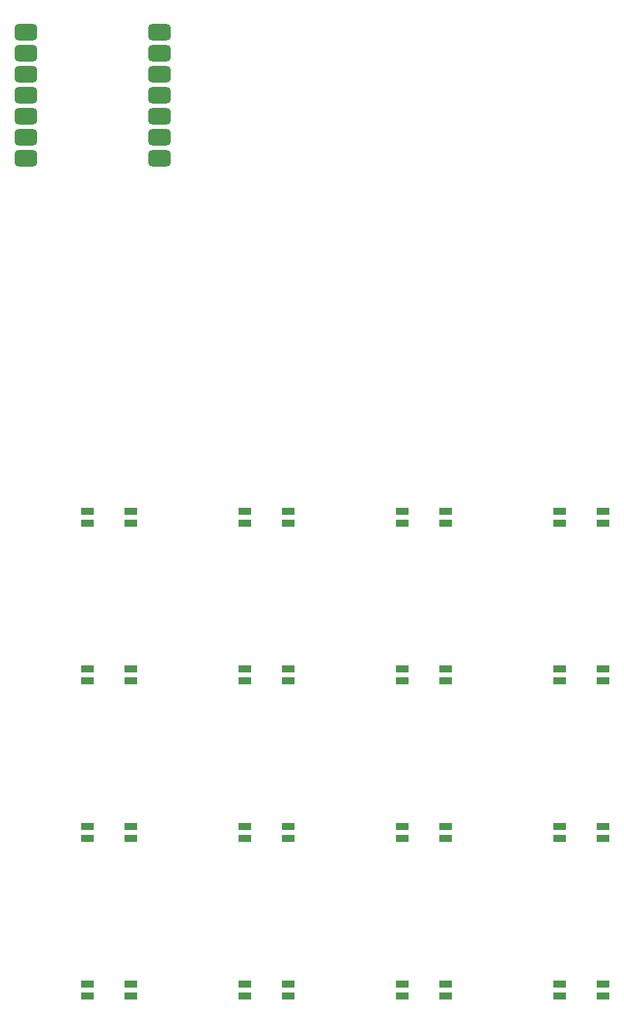
<source format=gbp>
G04 #@! TF.GenerationSoftware,KiCad,Pcbnew,8.0.6-8.0.6-0~ubuntu22.04.1*
G04 #@! TF.CreationDate,2024-10-20T22:38:44+08:00*
G04 #@! TF.ProjectId,MacroPad,4d616372-6f50-4616-942e-6b696361645f,rev?*
G04 #@! TF.SameCoordinates,Original*
G04 #@! TF.FileFunction,Paste,Bot*
G04 #@! TF.FilePolarity,Positive*
%FSLAX46Y46*%
G04 Gerber Fmt 4.6, Leading zero omitted, Abs format (unit mm)*
G04 Created by KiCad (PCBNEW 8.0.6-8.0.6-0~ubuntu22.04.1) date 2024-10-20 22:38:44*
%MOMM*%
%LPD*%
G01*
G04 APERTURE LIST*
G04 Aperture macros list*
%AMRoundRect*
0 Rectangle with rounded corners*
0 $1 Rounding radius*
0 $2 $3 $4 $5 $6 $7 $8 $9 X,Y pos of 4 corners*
0 Add a 4 corners polygon primitive as box body*
4,1,4,$2,$3,$4,$5,$6,$7,$8,$9,$2,$3,0*
0 Add four circle primitives for the rounded corners*
1,1,$1+$1,$2,$3*
1,1,$1+$1,$4,$5*
1,1,$1+$1,$6,$7*
1,1,$1+$1,$8,$9*
0 Add four rect primitives between the rounded corners*
20,1,$1+$1,$2,$3,$4,$5,0*
20,1,$1+$1,$4,$5,$6,$7,0*
20,1,$1+$1,$6,$7,$8,$9,0*
20,1,$1+$1,$8,$9,$2,$3,0*%
G04 Aperture macros list end*
%ADD10RoundRect,0.082000X-0.718000X0.328000X-0.718000X-0.328000X0.718000X-0.328000X0.718000X0.328000X0*%
%ADD11RoundRect,0.500000X0.875000X0.500000X-0.875000X0.500000X-0.875000X-0.500000X0.875000X-0.500000X0*%
G04 APERTURE END LIST*
D10*
G04 #@! TO.C,D29*
X121297500Y-88142499D03*
X121297500Y-89642499D03*
X126497500Y-89642499D03*
X126497500Y-88142499D03*
G04 #@! TD*
G04 #@! TO.C,D22*
X83197500Y-107192499D03*
X83197500Y-108692499D03*
X88397500Y-108692499D03*
X88397500Y-107192499D03*
G04 #@! TD*
G04 #@! TO.C,D30*
X121297500Y-107192499D03*
X121297500Y-108692499D03*
X126497500Y-108692499D03*
X126497500Y-107192499D03*
G04 #@! TD*
G04 #@! TO.C,D26*
X102247500Y-107192499D03*
X102247500Y-108692499D03*
X107447500Y-108692499D03*
X107447500Y-107192499D03*
G04 #@! TD*
G04 #@! TO.C,D28*
X102247500Y-145292499D03*
X102247500Y-146792499D03*
X107447500Y-146792499D03*
X107447500Y-145292499D03*
G04 #@! TD*
G04 #@! TO.C,D18*
X64147500Y-107192499D03*
X64147500Y-108692499D03*
X69347500Y-108692499D03*
X69347500Y-107192499D03*
G04 #@! TD*
G04 #@! TO.C,D19*
X64147500Y-126242499D03*
X64147500Y-127742499D03*
X69347500Y-127742499D03*
X69347500Y-126242499D03*
G04 #@! TD*
G04 #@! TO.C,D31*
X121297500Y-126242499D03*
X121297500Y-127742499D03*
X126497500Y-127742499D03*
X126497500Y-126242499D03*
G04 #@! TD*
G04 #@! TO.C,D24*
X83197500Y-145292499D03*
X83197500Y-146792499D03*
X88397500Y-146792499D03*
X88397500Y-145292499D03*
G04 #@! TD*
G04 #@! TO.C,D32*
X121297500Y-145292499D03*
X121297500Y-146792499D03*
X126497500Y-146792499D03*
X126497500Y-145292499D03*
G04 #@! TD*
G04 #@! TO.C,D23*
X83197500Y-126242499D03*
X83197500Y-127742499D03*
X88397500Y-127742499D03*
X88397500Y-126242499D03*
G04 #@! TD*
G04 #@! TO.C,D25*
X102247500Y-88142499D03*
X102247500Y-89642499D03*
X107447500Y-89642499D03*
X107447500Y-88142499D03*
G04 #@! TD*
G04 #@! TO.C,D21*
X83197500Y-88142499D03*
X83197500Y-89642499D03*
X88397500Y-89642499D03*
X88397500Y-88142499D03*
G04 #@! TD*
G04 #@! TO.C,D27*
X102247500Y-126242499D03*
X102247500Y-127742499D03*
X107447500Y-127742499D03*
X107447500Y-126242499D03*
G04 #@! TD*
G04 #@! TO.C,D17*
X64147500Y-88142499D03*
X64147500Y-89642499D03*
X69347500Y-89642499D03*
X69347500Y-88142499D03*
G04 #@! TD*
G04 #@! TO.C,D20*
X64147500Y-145292499D03*
X64147500Y-146792499D03*
X69347500Y-146792499D03*
X69347500Y-145292499D03*
G04 #@! TD*
D11*
G04 #@! TO.C,U1*
X72887500Y-30287500D03*
X72887500Y-32827500D03*
X72887500Y-35367500D03*
X72887500Y-37907500D03*
X72887500Y-40447500D03*
X72887500Y-42987500D03*
X72887500Y-45527500D03*
X56722500Y-45527500D03*
X56722500Y-42987500D03*
X56722500Y-40447500D03*
X56722500Y-37907500D03*
X56722500Y-35367500D03*
X56722500Y-32827500D03*
X56722500Y-30287500D03*
G04 #@! TD*
M02*

</source>
